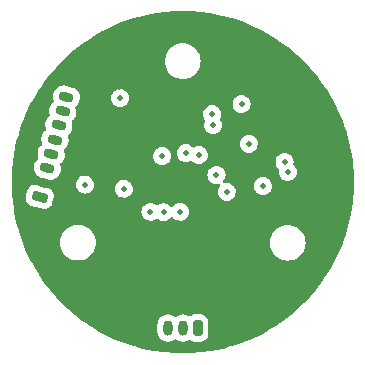
<source format=gbr>
%TF.GenerationSoftware,KiCad,Pcbnew,(6.0.0)*%
%TF.CreationDate,2022-02-06T18:29:28+08:00*%
%TF.ProjectId,STM32_FOC,53544d33-325f-4464-9f43-2e6b69636164,rev?*%
%TF.SameCoordinates,Original*%
%TF.FileFunction,Copper,L2,Inr*%
%TF.FilePolarity,Positive*%
%FSLAX46Y46*%
G04 Gerber Fmt 4.6, Leading zero omitted, Abs format (unit mm)*
G04 Created by KiCad (PCBNEW (6.0.0)) date 2022-02-06 18:29:28*
%MOMM*%
%LPD*%
G01*
G04 APERTURE LIST*
G04 Aperture macros list*
%AMRoundRect*
0 Rectangle with rounded corners*
0 $1 Rounding radius*
0 $2 $3 $4 $5 $6 $7 $8 $9 X,Y pos of 4 corners*
0 Add a 4 corners polygon primitive as box body*
4,1,4,$2,$3,$4,$5,$6,$7,$8,$9,$2,$3,0*
0 Add four circle primitives for the rounded corners*
1,1,$1+$1,$2,$3*
1,1,$1+$1,$4,$5*
1,1,$1+$1,$6,$7*
1,1,$1+$1,$8,$9*
0 Add four rect primitives between the rounded corners*
20,1,$1+$1,$2,$3,$4,$5,0*
20,1,$1+$1,$4,$5,$6,$7,0*
20,1,$1+$1,$6,$7,$8,$9,0*
20,1,$1+$1,$8,$9,$2,$3,0*%
%AMHorizOval*
0 Thick line with rounded ends*
0 $1 width*
0 $2 $3 position (X,Y) of the first rounded end (center of the circle)*
0 $4 $5 position (X,Y) of the second rounded end (center of the circle)*
0 Add line between two ends*
20,1,$1,$2,$3,$4,$5,0*
0 Add two circle primitives to create the rounded ends*
1,1,$1,$2,$3*
1,1,$1,$4,$5*%
G04 Aperture macros list end*
%TA.AperFunction,ComponentPad*%
%ADD10C,0.500000*%
%TD*%
%TA.AperFunction,ComponentPad*%
%ADD11RoundRect,0.200000X0.382903X-0.309654X0.486430X0.076717X-0.382903X0.309654X-0.486430X-0.076717X0*%
%TD*%
%TA.AperFunction,ComponentPad*%
%ADD12HorizOval,0.800000X-0.241481X0.064705X0.241481X-0.064705X0*%
%TD*%
%TA.AperFunction,ComponentPad*%
%ADD13RoundRect,0.200000X0.200000X0.450000X-0.200000X0.450000X-0.200000X-0.450000X0.200000X-0.450000X0*%
%TD*%
%TA.AperFunction,ComponentPad*%
%ADD14O,0.800000X1.300000*%
%TD*%
%TA.AperFunction,ViaPad*%
%ADD15C,0.500000*%
%TD*%
G04 APERTURE END LIST*
D10*
%TO.N,GND*%
%TO.C,U4*%
X100000000Y-107117500D03*
X98700000Y-107117500D03*
X101300000Y-107117500D03*
X98700000Y-106117500D03*
X98700000Y-108117500D03*
X100000000Y-108117500D03*
X100000000Y-106117500D03*
X101300000Y-108117500D03*
X101300000Y-106117500D03*
%TD*%
D11*
%TO.N,+12V*%
%TO.C,J3*%
X87882381Y-101237036D03*
D12*
%TO.N,GND*%
X88205905Y-100029629D03*
%TO.N,SWDIO*%
X88529429Y-98822221D03*
%TO.N,SWCLK*%
X88852952Y-97614814D03*
%TO.N,USART2_TX*%
X89176476Y-96407407D03*
%TO.N,USART2_RX*%
X89500000Y-95200000D03*
%TO.N,Button*%
X89823524Y-93992592D03*
%TO.N,+3V3*%
X90147048Y-92785185D03*
%TD*%
D13*
%TO.N,W*%
%TO.C,J1*%
X101250000Y-112350000D03*
D14*
%TO.N,V*%
X100000000Y-112350000D03*
%TO.N,U*%
X98750000Y-112350000D03*
%TD*%
D15*
%TO.N,GND*%
X95500000Y-113500000D03*
X91700000Y-102400000D03*
X109400000Y-100890000D03*
X92600000Y-93300000D03*
X105800000Y-95760000D03*
X91700000Y-99100000D03*
X98600000Y-87050000D03*
X105500000Y-101600000D03*
X95150000Y-104300000D03*
X91600000Y-96600000D03*
X109200000Y-100110000D03*
X102037500Y-98537500D03*
X97800000Y-90200000D03*
X101740000Y-103120000D03*
X104200000Y-90700000D03*
X94600000Y-91900000D03*
%TO.N,+3V3*%
X103720000Y-100830000D03*
X94680000Y-92880000D03*
X108610000Y-98280000D03*
X91700000Y-100200000D03*
X108900000Y-99160000D03*
X104970000Y-93390000D03*
%TO.N,USART2_RX*%
X97250000Y-102500000D03*
%TO.N,SWCLK*%
X102475000Y-94250000D03*
%TO.N,SWDIO*%
X102575000Y-95175000D03*
%TO.N,PWMC*%
X106780000Y-100330000D03*
X105580000Y-96750000D03*
%TO.N,EN1*%
X95000000Y-100550000D03*
X98370000Y-102550000D03*
%TO.N,CS*%
X98250000Y-97800000D03*
%TO.N,SCK*%
X102850000Y-99375000D03*
%TO.N,MISO*%
X100250000Y-97550000D03*
%TO.N,MOSI*%
X101350000Y-97700000D03*
%TO.N,Button*%
X99750000Y-102500000D03*
%TD*%
%TA.AperFunction,Conductor*%
%TO.N,GND*%
G36*
X100755167Y-85527775D02*
G01*
X100761720Y-85528118D01*
X101420004Y-85579926D01*
X101511547Y-85587131D01*
X101518109Y-85587821D01*
X102263785Y-85685991D01*
X102270283Y-85687021D01*
X103009822Y-85824086D01*
X103016239Y-85825449D01*
X103747626Y-86001039D01*
X103753964Y-86002738D01*
X104475101Y-86216349D01*
X104481375Y-86218387D01*
X105190361Y-86469452D01*
X105196519Y-86471816D01*
X105891380Y-86759637D01*
X105897406Y-86762320D01*
X106576252Y-87086113D01*
X106582130Y-87089108D01*
X106829815Y-87223590D01*
X107243116Y-87447994D01*
X107248787Y-87451268D01*
X107669740Y-87709228D01*
X107890102Y-87844266D01*
X107895634Y-87847859D01*
X108515470Y-88273861D01*
X108520795Y-88277730D01*
X109117506Y-88735603D01*
X109122629Y-88739752D01*
X109212631Y-88816621D01*
X109694524Y-89228196D01*
X109699427Y-89232610D01*
X110093059Y-89606153D01*
X110238308Y-89743989D01*
X110244998Y-89750338D01*
X110249662Y-89755002D01*
X110767390Y-90300573D01*
X110771804Y-90305476D01*
X111260246Y-90877368D01*
X111264397Y-90882494D01*
X111722270Y-91479205D01*
X111726139Y-91484530D01*
X111964584Y-91831469D01*
X112152141Y-92104366D01*
X112155734Y-92109898D01*
X112171750Y-92136034D01*
X112548732Y-92751213D01*
X112552006Y-92756884D01*
X112719625Y-93065600D01*
X112910892Y-93417870D01*
X112913887Y-93423748D01*
X113237680Y-94102594D01*
X113240363Y-94108620D01*
X113528184Y-94803481D01*
X113530548Y-94809639D01*
X113665106Y-95189620D01*
X113770940Y-95488484D01*
X113781613Y-95518625D01*
X113783650Y-95524895D01*
X113994195Y-96235681D01*
X113997257Y-96246019D01*
X113998961Y-96252374D01*
X114171162Y-96969643D01*
X114174547Y-96983743D01*
X114175914Y-96990178D01*
X114311422Y-97721313D01*
X114312978Y-97729708D01*
X114314009Y-97736215D01*
X114373062Y-98184768D01*
X114412179Y-98481893D01*
X114412869Y-98488453D01*
X114470458Y-99220177D01*
X114471881Y-99238263D01*
X114472225Y-99244833D01*
X114491914Y-99996702D01*
X114491914Y-100003284D01*
X114472455Y-100746414D01*
X114472226Y-100755149D01*
X114471882Y-100761720D01*
X114420620Y-101413064D01*
X114412869Y-101511547D01*
X114412179Y-101518107D01*
X114402386Y-101592494D01*
X114315649Y-102251330D01*
X114314010Y-102263776D01*
X114312979Y-102270283D01*
X114178570Y-102995498D01*
X114175918Y-103009805D01*
X114174551Y-103016239D01*
X113998965Y-103747609D01*
X113997262Y-103753964D01*
X113906169Y-104061488D01*
X113783651Y-104475101D01*
X113781614Y-104481371D01*
X113714964Y-104669586D01*
X113530548Y-105190361D01*
X113528184Y-105196519D01*
X113240363Y-105891380D01*
X113237680Y-105897406D01*
X112913887Y-106576252D01*
X112910892Y-106582130D01*
X112805577Y-106776097D01*
X112552006Y-107243116D01*
X112548732Y-107248787D01*
X112214367Y-107794421D01*
X112155734Y-107890102D01*
X112152141Y-107895634D01*
X111726148Y-108515458D01*
X111722270Y-108520795D01*
X111264397Y-109117506D01*
X111260246Y-109122632D01*
X110771804Y-109694524D01*
X110767390Y-109699427D01*
X110249662Y-110244998D01*
X110244998Y-110249662D01*
X109699427Y-110767390D01*
X109694524Y-110771804D01*
X109122632Y-111260246D01*
X109117506Y-111264397D01*
X108520795Y-111722270D01*
X108515470Y-111726139D01*
X108051227Y-112045205D01*
X107895634Y-112152141D01*
X107890102Y-112155734D01*
X107248787Y-112548732D01*
X107243116Y-112552006D01*
X107061013Y-112650880D01*
X106582130Y-112910892D01*
X106576252Y-112913887D01*
X105897406Y-113237680D01*
X105891380Y-113240363D01*
X105196519Y-113528184D01*
X105190361Y-113530548D01*
X104481375Y-113781613D01*
X104475105Y-113783650D01*
X103753964Y-113997262D01*
X103747626Y-113998961D01*
X103016239Y-114174551D01*
X103009822Y-114175914D01*
X102270283Y-114312979D01*
X102263785Y-114314009D01*
X101645085Y-114395462D01*
X101518107Y-114412179D01*
X101511547Y-114412869D01*
X101420004Y-114420074D01*
X100761720Y-114471882D01*
X100755167Y-114472225D01*
X100003284Y-114491914D01*
X99996716Y-114491914D01*
X99244833Y-114472225D01*
X99238280Y-114471882D01*
X98579996Y-114420074D01*
X98488453Y-114412869D01*
X98481893Y-114412179D01*
X98354915Y-114395462D01*
X97736215Y-114314009D01*
X97729717Y-114312979D01*
X96990178Y-114175914D01*
X96983761Y-114174551D01*
X96252374Y-113998961D01*
X96246036Y-113997262D01*
X95524895Y-113783650D01*
X95518625Y-113781613D01*
X94809639Y-113530548D01*
X94803481Y-113528184D01*
X94108620Y-113240363D01*
X94102594Y-113237680D01*
X93423748Y-112913887D01*
X93417870Y-112910892D01*
X92938987Y-112650880D01*
X92932964Y-112647610D01*
X97841500Y-112647610D01*
X97856458Y-112789928D01*
X97915473Y-112971556D01*
X98010960Y-113136944D01*
X98015378Y-113141851D01*
X98015379Y-113141852D01*
X98125000Y-113263598D01*
X98138747Y-113278866D01*
X98187635Y-113314385D01*
X98258093Y-113365576D01*
X98293248Y-113391118D01*
X98299276Y-113393802D01*
X98299278Y-113393803D01*
X98431663Y-113452744D01*
X98467712Y-113468794D01*
X98561113Y-113488647D01*
X98648056Y-113507128D01*
X98648061Y-113507128D01*
X98654513Y-113508500D01*
X98845487Y-113508500D01*
X98851939Y-113507128D01*
X98851944Y-113507128D01*
X98938887Y-113488647D01*
X99032288Y-113468794D01*
X99068337Y-113452744D01*
X99200722Y-113393803D01*
X99200724Y-113393802D01*
X99206752Y-113391118D01*
X99241908Y-113365576D01*
X99300939Y-113322687D01*
X99367807Y-113298828D01*
X99436958Y-113314909D01*
X99449061Y-113322687D01*
X99508093Y-113365576D01*
X99543248Y-113391118D01*
X99549276Y-113393802D01*
X99549278Y-113393803D01*
X99681663Y-113452744D01*
X99717712Y-113468794D01*
X99811113Y-113488647D01*
X99898056Y-113507128D01*
X99898061Y-113507128D01*
X99904513Y-113508500D01*
X100095487Y-113508500D01*
X100101939Y-113507128D01*
X100101944Y-113507128D01*
X100188887Y-113488647D01*
X100282288Y-113468794D01*
X100318337Y-113452744D01*
X100450722Y-113393803D01*
X100450724Y-113393802D01*
X100456752Y-113391118D01*
X100480650Y-113373755D01*
X100547518Y-113349897D01*
X100619982Y-113367915D01*
X100756301Y-113450472D01*
X100763548Y-113452743D01*
X100763550Y-113452744D01*
X100806198Y-113466109D01*
X100919938Y-113501753D01*
X100993365Y-113508500D01*
X100996263Y-113508500D01*
X101250665Y-113508499D01*
X101506634Y-113508499D01*
X101509492Y-113508236D01*
X101509501Y-113508236D01*
X101545004Y-113504974D01*
X101580062Y-113501753D01*
X101693802Y-113466109D01*
X101736450Y-113452744D01*
X101736452Y-113452743D01*
X101743699Y-113450472D01*
X101890381Y-113361639D01*
X102011639Y-113240381D01*
X102100472Y-113093699D01*
X102151753Y-112930062D01*
X102158500Y-112856635D01*
X102158499Y-111843366D01*
X102151753Y-111769938D01*
X102140719Y-111734729D01*
X102102744Y-111613550D01*
X102102743Y-111613548D01*
X102100472Y-111606301D01*
X102011639Y-111459619D01*
X101890381Y-111338361D01*
X101743699Y-111249528D01*
X101736452Y-111247257D01*
X101736450Y-111247256D01*
X101670164Y-111226483D01*
X101580062Y-111198247D01*
X101506635Y-111191500D01*
X101503737Y-111191500D01*
X101249335Y-111191501D01*
X100993366Y-111191501D01*
X100990508Y-111191764D01*
X100990499Y-111191764D01*
X100954996Y-111195026D01*
X100919938Y-111198247D01*
X100913560Y-111200246D01*
X100913559Y-111200246D01*
X100763550Y-111247256D01*
X100763548Y-111247257D01*
X100756301Y-111249528D01*
X100662729Y-111306197D01*
X100619982Y-111332085D01*
X100551352Y-111350264D01*
X100480650Y-111326245D01*
X100462094Y-111312763D01*
X100462092Y-111312762D01*
X100456752Y-111308882D01*
X100450724Y-111306198D01*
X100450722Y-111306197D01*
X100288319Y-111233891D01*
X100288318Y-111233891D01*
X100282288Y-111231206D01*
X100188888Y-111211353D01*
X100101944Y-111192872D01*
X100101939Y-111192872D01*
X100095487Y-111191500D01*
X99904513Y-111191500D01*
X99898061Y-111192872D01*
X99898056Y-111192872D01*
X99811113Y-111211353D01*
X99717712Y-111231206D01*
X99711682Y-111233891D01*
X99711681Y-111233891D01*
X99549278Y-111306197D01*
X99549276Y-111306198D01*
X99543248Y-111308882D01*
X99537907Y-111312762D01*
X99537906Y-111312763D01*
X99449061Y-111377313D01*
X99382193Y-111401172D01*
X99313042Y-111385091D01*
X99300939Y-111377313D01*
X99212094Y-111312763D01*
X99212093Y-111312762D01*
X99206752Y-111308882D01*
X99200724Y-111306198D01*
X99200722Y-111306197D01*
X99038319Y-111233891D01*
X99038318Y-111233891D01*
X99032288Y-111231206D01*
X98938888Y-111211353D01*
X98851944Y-111192872D01*
X98851939Y-111192872D01*
X98845487Y-111191500D01*
X98654513Y-111191500D01*
X98648061Y-111192872D01*
X98648056Y-111192872D01*
X98561113Y-111211353D01*
X98467712Y-111231206D01*
X98461682Y-111233891D01*
X98461681Y-111233891D01*
X98299278Y-111306197D01*
X98299276Y-111306198D01*
X98293248Y-111308882D01*
X98287907Y-111312762D01*
X98287906Y-111312763D01*
X98252674Y-111338361D01*
X98138747Y-111421134D01*
X98134326Y-111426044D01*
X98134325Y-111426045D01*
X98108936Y-111454243D01*
X98010960Y-111563056D01*
X97981807Y-111613550D01*
X97919038Y-111722270D01*
X97915473Y-111728444D01*
X97856458Y-111910072D01*
X97841500Y-112052390D01*
X97841500Y-112647610D01*
X92932964Y-112647610D01*
X92756884Y-112552006D01*
X92751213Y-112548732D01*
X92109898Y-112155734D01*
X92104366Y-112152141D01*
X91948773Y-112045205D01*
X91484530Y-111726139D01*
X91479205Y-111722270D01*
X90882494Y-111264397D01*
X90877368Y-111260246D01*
X90305476Y-110771804D01*
X90300573Y-110767390D01*
X89755002Y-110249662D01*
X89750338Y-110244998D01*
X89232610Y-109699427D01*
X89228196Y-109694524D01*
X88739754Y-109122632D01*
X88735603Y-109117506D01*
X88277730Y-108520795D01*
X88273852Y-108515458D01*
X87847859Y-107895634D01*
X87844266Y-107890102D01*
X87785633Y-107794421D01*
X87451268Y-107248787D01*
X87447994Y-107243116D01*
X87194423Y-106776097D01*
X87089108Y-106582130D01*
X87086113Y-106576252D01*
X86762320Y-105897406D01*
X86759637Y-105891380D01*
X86471816Y-105196519D01*
X86469452Y-105190361D01*
X86444076Y-105118700D01*
X89606942Y-105118700D01*
X89625565Y-105355333D01*
X89626719Y-105360140D01*
X89626720Y-105360146D01*
X89636881Y-105402469D01*
X89680977Y-105586139D01*
X89682870Y-105590710D01*
X89682871Y-105590712D01*
X89689588Y-105606927D01*
X89771812Y-105805435D01*
X89895835Y-106007821D01*
X90049991Y-106188314D01*
X90053747Y-106191522D01*
X90226722Y-106339257D01*
X90230484Y-106342470D01*
X90432870Y-106466493D01*
X90437440Y-106468386D01*
X90437442Y-106468387D01*
X90647593Y-106555434D01*
X90652166Y-106557328D01*
X90692990Y-106567129D01*
X90878159Y-106611585D01*
X90878165Y-106611586D01*
X90882972Y-106612740D01*
X91119605Y-106631363D01*
X91356238Y-106612740D01*
X91361045Y-106611586D01*
X91361051Y-106611585D01*
X91546220Y-106567129D01*
X91587044Y-106557328D01*
X91591617Y-106555434D01*
X91801768Y-106468387D01*
X91801770Y-106468386D01*
X91806340Y-106466493D01*
X92008726Y-106342470D01*
X92012488Y-106339257D01*
X92185463Y-106191522D01*
X92189219Y-106188314D01*
X92343375Y-106007821D01*
X92467398Y-105805435D01*
X92549623Y-105606927D01*
X92556339Y-105590712D01*
X92556340Y-105590710D01*
X92558233Y-105586139D01*
X92602329Y-105402469D01*
X92612490Y-105360146D01*
X92612491Y-105360140D01*
X92613645Y-105355333D01*
X92631588Y-105127346D01*
X107362743Y-105127346D01*
X107381366Y-105363979D01*
X107382520Y-105368786D01*
X107382521Y-105368792D01*
X107415436Y-105505891D01*
X107436778Y-105594785D01*
X107438671Y-105599356D01*
X107438672Y-105599358D01*
X107445389Y-105615573D01*
X107527613Y-105814081D01*
X107651636Y-106016467D01*
X107805792Y-106196960D01*
X107986285Y-106351116D01*
X108188671Y-106475139D01*
X108193241Y-106477032D01*
X108193243Y-106477033D01*
X108389882Y-106558483D01*
X108407967Y-106565974D01*
X108450778Y-106576252D01*
X108633960Y-106620231D01*
X108633966Y-106620232D01*
X108638773Y-106621386D01*
X108875406Y-106640009D01*
X109112039Y-106621386D01*
X109116846Y-106620232D01*
X109116852Y-106620231D01*
X109300034Y-106576252D01*
X109342845Y-106565974D01*
X109360930Y-106558483D01*
X109557569Y-106477033D01*
X109557571Y-106477032D01*
X109562141Y-106475139D01*
X109764527Y-106351116D01*
X109945020Y-106196960D01*
X110099176Y-106016467D01*
X110223199Y-105814081D01*
X110305424Y-105615573D01*
X110312140Y-105599358D01*
X110312141Y-105599356D01*
X110314034Y-105594785D01*
X110335376Y-105505891D01*
X110368291Y-105368792D01*
X110368292Y-105368786D01*
X110369446Y-105363979D01*
X110388069Y-105127346D01*
X110369446Y-104890713D01*
X110368292Y-104885906D01*
X110368291Y-104885900D01*
X110333504Y-104741006D01*
X110314034Y-104659907D01*
X110240084Y-104481375D01*
X110225093Y-104445183D01*
X110225092Y-104445181D01*
X110223199Y-104440611D01*
X110099176Y-104238225D01*
X109945020Y-104057732D01*
X109864423Y-103988895D01*
X109768289Y-103906789D01*
X109764527Y-103903576D01*
X109562141Y-103779553D01*
X109557571Y-103777660D01*
X109557569Y-103777659D01*
X109347418Y-103690612D01*
X109347416Y-103690611D01*
X109342845Y-103688718D01*
X109261746Y-103669248D01*
X109116852Y-103634461D01*
X109116846Y-103634460D01*
X109112039Y-103633306D01*
X108875406Y-103614683D01*
X108638773Y-103633306D01*
X108633966Y-103634460D01*
X108633960Y-103634461D01*
X108489066Y-103669248D01*
X108407967Y-103688718D01*
X108403396Y-103690611D01*
X108403394Y-103690612D01*
X108193243Y-103777659D01*
X108193241Y-103777660D01*
X108188671Y-103779553D01*
X107986285Y-103903576D01*
X107982523Y-103906789D01*
X107886390Y-103988895D01*
X107805792Y-104057732D01*
X107651636Y-104238225D01*
X107527613Y-104440611D01*
X107525720Y-104445181D01*
X107525719Y-104445183D01*
X107510728Y-104481375D01*
X107436778Y-104659907D01*
X107417308Y-104741006D01*
X107382521Y-104885900D01*
X107382520Y-104885906D01*
X107381366Y-104890713D01*
X107363216Y-105121335D01*
X107362743Y-105127346D01*
X92631588Y-105127346D01*
X92632268Y-105118700D01*
X92613645Y-104882067D01*
X92612491Y-104877260D01*
X92612490Y-104877254D01*
X92564708Y-104678232D01*
X92558233Y-104651261D01*
X92553879Y-104640750D01*
X92469292Y-104436537D01*
X92469291Y-104436535D01*
X92467398Y-104431965D01*
X92343375Y-104229579D01*
X92189219Y-104049086D01*
X92008726Y-103894930D01*
X91806340Y-103770907D01*
X91801770Y-103769014D01*
X91801768Y-103769013D01*
X91591617Y-103681966D01*
X91591615Y-103681965D01*
X91587044Y-103680072D01*
X91505945Y-103660602D01*
X91361051Y-103625815D01*
X91361045Y-103625814D01*
X91356238Y-103624660D01*
X91119605Y-103606037D01*
X90882972Y-103624660D01*
X90878165Y-103625814D01*
X90878159Y-103625815D01*
X90733265Y-103660602D01*
X90652166Y-103680072D01*
X90647595Y-103681965D01*
X90647593Y-103681966D01*
X90437442Y-103769013D01*
X90437440Y-103769014D01*
X90432870Y-103770907D01*
X90230484Y-103894930D01*
X90049991Y-104049086D01*
X89895835Y-104229579D01*
X89771812Y-104431965D01*
X89769919Y-104436535D01*
X89769918Y-104436537D01*
X89685331Y-104640750D01*
X89680977Y-104651261D01*
X89674502Y-104678232D01*
X89626720Y-104877254D01*
X89626719Y-104877260D01*
X89625565Y-104882067D01*
X89607415Y-105112689D01*
X89606942Y-105118700D01*
X86444076Y-105118700D01*
X86285036Y-104669586D01*
X86218386Y-104481371D01*
X86216349Y-104475101D01*
X86093831Y-104061488D01*
X86002738Y-103753964D01*
X86001035Y-103747609D01*
X85825449Y-103016239D01*
X85824082Y-103009805D01*
X85821431Y-102995498D01*
X85727621Y-102489343D01*
X96486775Y-102489343D01*
X96503381Y-102658699D01*
X96557094Y-102820167D01*
X96560741Y-102826189D01*
X96560742Y-102826191D01*
X96604778Y-102898902D01*
X96645246Y-102965723D01*
X96763455Y-103088132D01*
X96769351Y-103091990D01*
X96862792Y-103153136D01*
X96905846Y-103181310D01*
X96912450Y-103183766D01*
X96912452Y-103183767D01*
X96948844Y-103197301D01*
X97065341Y-103240626D01*
X97234015Y-103263132D01*
X97241026Y-103262494D01*
X97241030Y-103262494D01*
X97396462Y-103248348D01*
X97403483Y-103247709D01*
X97410185Y-103245531D01*
X97410187Y-103245531D01*
X97558623Y-103197301D01*
X97558626Y-103197300D01*
X97565322Y-103195124D01*
X97711490Y-103107990D01*
X97712339Y-103109415D01*
X97770625Y-103087233D01*
X97840097Y-103101863D01*
X97871086Y-103125324D01*
X97878557Y-103133061D01*
X97878562Y-103133065D01*
X97883455Y-103138132D01*
X98025846Y-103231310D01*
X98032450Y-103233766D01*
X98032452Y-103233767D01*
X98105594Y-103260968D01*
X98185341Y-103290626D01*
X98354015Y-103313132D01*
X98361026Y-103312494D01*
X98361030Y-103312494D01*
X98516462Y-103298348D01*
X98523483Y-103297709D01*
X98530185Y-103295531D01*
X98530187Y-103295531D01*
X98678623Y-103247301D01*
X98678626Y-103247300D01*
X98685322Y-103245124D01*
X98831490Y-103157990D01*
X98836584Y-103153139D01*
X98836588Y-103153136D01*
X98910174Y-103083060D01*
X98954721Y-103040639D01*
X98975141Y-103009904D01*
X99029496Y-102964237D01*
X99099915Y-102955204D01*
X99164040Y-102985677D01*
X99170723Y-102992107D01*
X99258556Y-103083060D01*
X99258561Y-103083064D01*
X99263455Y-103088132D01*
X99269351Y-103091990D01*
X99362792Y-103153136D01*
X99405846Y-103181310D01*
X99412450Y-103183766D01*
X99412452Y-103183767D01*
X99448844Y-103197301D01*
X99565341Y-103240626D01*
X99734015Y-103263132D01*
X99741026Y-103262494D01*
X99741030Y-103262494D01*
X99896462Y-103248348D01*
X99903483Y-103247709D01*
X99910185Y-103245531D01*
X99910187Y-103245531D01*
X100058623Y-103197301D01*
X100058626Y-103197300D01*
X100065322Y-103195124D01*
X100211490Y-103107990D01*
X100216584Y-103103139D01*
X100216588Y-103103136D01*
X100307819Y-103016257D01*
X100334721Y-102990639D01*
X100352263Y-102964237D01*
X100424990Y-102854773D01*
X100428891Y-102848902D01*
X100489319Y-102689825D01*
X100513001Y-102521313D01*
X100513299Y-102500000D01*
X100494331Y-102330892D01*
X100438368Y-102170189D01*
X100432383Y-102160610D01*
X100368228Y-102057943D01*
X100348192Y-102025879D01*
X100326461Y-102003995D01*
X100233248Y-101910129D01*
X100228286Y-101905132D01*
X100212039Y-101894821D01*
X100161955Y-101863037D01*
X100084608Y-101813951D01*
X99924300Y-101756868D01*
X99755329Y-101736720D01*
X99748326Y-101737456D01*
X99748325Y-101737456D01*
X99593101Y-101753770D01*
X99593097Y-101753771D01*
X99586093Y-101754507D01*
X99579422Y-101756778D01*
X99431673Y-101807075D01*
X99431670Y-101807076D01*
X99425003Y-101809346D01*
X99419005Y-101813036D01*
X99419003Y-101813037D01*
X99286065Y-101894821D01*
X99286063Y-101894823D01*
X99280066Y-101898512D01*
X99275033Y-101903441D01*
X99177722Y-101998736D01*
X99158486Y-102017573D01*
X99148452Y-102033143D01*
X99145697Y-102037417D01*
X99091981Y-102083840D01*
X99021694Y-102093853D01*
X98957151Y-102064277D01*
X98950381Y-102057943D01*
X98885214Y-101992319D01*
X98848286Y-101955132D01*
X98828623Y-101942653D01*
X98763550Y-101901357D01*
X98704608Y-101863951D01*
X98544300Y-101806868D01*
X98375329Y-101786720D01*
X98368326Y-101787456D01*
X98368325Y-101787456D01*
X98213101Y-101803770D01*
X98213097Y-101803771D01*
X98206093Y-101804507D01*
X98192210Y-101809233D01*
X98051673Y-101857075D01*
X98051670Y-101857076D01*
X98045003Y-101859346D01*
X98039005Y-101863036D01*
X98039003Y-101863037D01*
X97905231Y-101945334D01*
X97836730Y-101963992D01*
X97769016Y-101942653D01*
X97749803Y-101926799D01*
X97733258Y-101910138D01*
X97733254Y-101910134D01*
X97728286Y-101905132D01*
X97712039Y-101894821D01*
X97661955Y-101863037D01*
X97584608Y-101813951D01*
X97424300Y-101756868D01*
X97255329Y-101736720D01*
X97248326Y-101737456D01*
X97248325Y-101737456D01*
X97093101Y-101753770D01*
X97093097Y-101753771D01*
X97086093Y-101754507D01*
X97079422Y-101756778D01*
X96931673Y-101807075D01*
X96931670Y-101807076D01*
X96925003Y-101809346D01*
X96919005Y-101813036D01*
X96919003Y-101813037D01*
X96786065Y-101894821D01*
X96786063Y-101894823D01*
X96780066Y-101898512D01*
X96775033Y-101903441D01*
X96677722Y-101998736D01*
X96658486Y-102017573D01*
X96654675Y-102023487D01*
X96654673Y-102023489D01*
X96570121Y-102154687D01*
X96566304Y-102160610D01*
X96508103Y-102320516D01*
X96486775Y-102489343D01*
X85727621Y-102489343D01*
X85687021Y-102270283D01*
X85685990Y-102263776D01*
X85684352Y-102251330D01*
X85597614Y-101592494D01*
X85587821Y-101518107D01*
X85587131Y-101511547D01*
X85579380Y-101413064D01*
X85567157Y-101257756D01*
X86684447Y-101257756D01*
X86684727Y-101264438D01*
X86684727Y-101264439D01*
X86687083Y-101320639D01*
X86691628Y-101429090D01*
X86693747Y-101436383D01*
X86693747Y-101436384D01*
X86737351Y-101586473D01*
X86737353Y-101586477D01*
X86739470Y-101593765D01*
X86825212Y-101742275D01*
X86943905Y-101866045D01*
X86950317Y-101870114D01*
X86950318Y-101870115D01*
X87013370Y-101910129D01*
X87088693Y-101957931D01*
X87094963Y-101960244D01*
X87155177Y-101982459D01*
X87155182Y-101982461D01*
X87157872Y-101983453D01*
X87160638Y-101984194D01*
X87160647Y-101984197D01*
X87989497Y-102206285D01*
X88136615Y-102245705D01*
X88139452Y-102246193D01*
X88139454Y-102246193D01*
X88169346Y-102251330D01*
X88209287Y-102258194D01*
X88215968Y-102257914D01*
X88215969Y-102257914D01*
X88260826Y-102256034D01*
X88380621Y-102251012D01*
X88387913Y-102248893D01*
X88387916Y-102248893D01*
X88538004Y-102205289D01*
X88538008Y-102205287D01*
X88545296Y-102203170D01*
X88693806Y-102117428D01*
X88817577Y-101998736D01*
X88883524Y-101894821D01*
X88905879Y-101859595D01*
X88905880Y-101859593D01*
X88909463Y-101853947D01*
X88934984Y-101784768D01*
X88942683Y-101756034D01*
X89067081Y-101291773D01*
X89067082Y-101291768D01*
X89067827Y-101288988D01*
X89074327Y-101251166D01*
X89079183Y-101222906D01*
X89079183Y-101222902D01*
X89080315Y-101216316D01*
X89073134Y-101044982D01*
X89064065Y-101013767D01*
X89027411Y-100887599D01*
X89027409Y-100887595D01*
X89025292Y-100880307D01*
X88939550Y-100731797D01*
X88820857Y-100608027D01*
X88769167Y-100575223D01*
X88681712Y-100519722D01*
X88681711Y-100519721D01*
X88676069Y-100516141D01*
X88616632Y-100494213D01*
X88609585Y-100491613D01*
X88609580Y-100491611D01*
X88606890Y-100490619D01*
X88604124Y-100489878D01*
X88604115Y-100489875D01*
X87630931Y-100229113D01*
X87630932Y-100229113D01*
X87628147Y-100228367D01*
X87625310Y-100227879D01*
X87625308Y-100227879D01*
X87562062Y-100217010D01*
X87555475Y-100215878D01*
X87548794Y-100216158D01*
X87548793Y-100216158D01*
X87503936Y-100218038D01*
X87384141Y-100223060D01*
X87376849Y-100225179D01*
X87376846Y-100225179D01*
X87226758Y-100268783D01*
X87226754Y-100268785D01*
X87219466Y-100270902D01*
X87070956Y-100356644D01*
X86947185Y-100475336D01*
X86906565Y-100539343D01*
X86859498Y-100613509D01*
X86855299Y-100620125D01*
X86852984Y-100626401D01*
X86831450Y-100684773D01*
X86829778Y-100689304D01*
X86829035Y-100692076D01*
X86829034Y-100692080D01*
X86700357Y-101172314D01*
X86696935Y-101185084D01*
X86696448Y-101187917D01*
X86696446Y-101187927D01*
X86685579Y-101251166D01*
X86684447Y-101257756D01*
X85567157Y-101257756D01*
X85528118Y-100761720D01*
X85527774Y-100755149D01*
X85527546Y-100746414D01*
X85512958Y-100189343D01*
X90936775Y-100189343D01*
X90953381Y-100358699D01*
X90955605Y-100365384D01*
X90955605Y-100365385D01*
X90961413Y-100382845D01*
X91007094Y-100520167D01*
X91010741Y-100526189D01*
X91010742Y-100526191D01*
X91090270Y-100657506D01*
X91095246Y-100665723D01*
X91213455Y-100788132D01*
X91263131Y-100820639D01*
X91338818Y-100870167D01*
X91355846Y-100881310D01*
X91362450Y-100883766D01*
X91362452Y-100883767D01*
X91398844Y-100897301D01*
X91515341Y-100940626D01*
X91684015Y-100963132D01*
X91691026Y-100962494D01*
X91691030Y-100962494D01*
X91846462Y-100948348D01*
X91853483Y-100947709D01*
X91860185Y-100945531D01*
X91860187Y-100945531D01*
X92008623Y-100897301D01*
X92008626Y-100897300D01*
X92015322Y-100895124D01*
X92161490Y-100807990D01*
X92166584Y-100803139D01*
X92166588Y-100803136D01*
X92242589Y-100730761D01*
X92284721Y-100690639D01*
X92378891Y-100548902D01*
X92382522Y-100539343D01*
X94236775Y-100539343D01*
X94253381Y-100708699D01*
X94307094Y-100870167D01*
X94310741Y-100876189D01*
X94310742Y-100876191D01*
X94378880Y-100988699D01*
X94395246Y-101015723D01*
X94513455Y-101138132D01*
X94536384Y-101153136D01*
X94632933Y-101216316D01*
X94655846Y-101231310D01*
X94662450Y-101233766D01*
X94662452Y-101233767D01*
X94698844Y-101247301D01*
X94815341Y-101290626D01*
X94984015Y-101313132D01*
X94991026Y-101312494D01*
X94991030Y-101312494D01*
X95146462Y-101298348D01*
X95153483Y-101297709D01*
X95160185Y-101295531D01*
X95160187Y-101295531D01*
X95308623Y-101247301D01*
X95308626Y-101247300D01*
X95315322Y-101245124D01*
X95461490Y-101157990D01*
X95466584Y-101153139D01*
X95466588Y-101153136D01*
X95533833Y-101089099D01*
X95584721Y-101040639D01*
X95603188Y-101012845D01*
X95636217Y-100963132D01*
X95678891Y-100898902D01*
X95739319Y-100739825D01*
X95763001Y-100571313D01*
X95763118Y-100562964D01*
X95763244Y-100553961D01*
X95763244Y-100553955D01*
X95763299Y-100550000D01*
X95744331Y-100380892D01*
X95734031Y-100351313D01*
X95692257Y-100231357D01*
X95688368Y-100220189D01*
X95682383Y-100210610D01*
X95643090Y-100147730D01*
X95598192Y-100075879D01*
X95478286Y-99955132D01*
X95462039Y-99944821D01*
X95354927Y-99876846D01*
X95334608Y-99863951D01*
X95174300Y-99806868D01*
X95005329Y-99786720D01*
X94998326Y-99787456D01*
X94998325Y-99787456D01*
X94843101Y-99803770D01*
X94843097Y-99803771D01*
X94836093Y-99804507D01*
X94829422Y-99806778D01*
X94681673Y-99857075D01*
X94681670Y-99857076D01*
X94675003Y-99859346D01*
X94669005Y-99863036D01*
X94669003Y-99863037D01*
X94536065Y-99944821D01*
X94536063Y-99944823D01*
X94530066Y-99948512D01*
X94408486Y-100067573D01*
X94404675Y-100073487D01*
X94404673Y-100073489D01*
X94325491Y-100196355D01*
X94316304Y-100210610D01*
X94308753Y-100231357D01*
X94261239Y-100361901D01*
X94258103Y-100370516D01*
X94236775Y-100539343D01*
X92382522Y-100539343D01*
X92439319Y-100389825D01*
X92463001Y-100221313D01*
X92463151Y-100210610D01*
X92463244Y-100203961D01*
X92463244Y-100203955D01*
X92463299Y-100200000D01*
X92444331Y-100030892D01*
X92388368Y-99870189D01*
X92382383Y-99860610D01*
X92336210Y-99786720D01*
X92298192Y-99725879D01*
X92261058Y-99688484D01*
X92212262Y-99639346D01*
X92178286Y-99605132D01*
X92162039Y-99594821D01*
X92070971Y-99537028D01*
X92034608Y-99513951D01*
X91874300Y-99456868D01*
X91705329Y-99436720D01*
X91698326Y-99437456D01*
X91698325Y-99437456D01*
X91543101Y-99453770D01*
X91543097Y-99453771D01*
X91536093Y-99454507D01*
X91529422Y-99456778D01*
X91381673Y-99507075D01*
X91381670Y-99507076D01*
X91375003Y-99509346D01*
X91369005Y-99513036D01*
X91369003Y-99513037D01*
X91236065Y-99594821D01*
X91236063Y-99594823D01*
X91230066Y-99598512D01*
X91202279Y-99625723D01*
X91125215Y-99701191D01*
X91108486Y-99717573D01*
X91104675Y-99723487D01*
X91104673Y-99723489D01*
X91022163Y-99851518D01*
X91016304Y-99860610D01*
X91001400Y-99901558D01*
X90967677Y-99994213D01*
X90958103Y-100020516D01*
X90936775Y-100189343D01*
X85512958Y-100189343D01*
X85508086Y-100003284D01*
X85508086Y-99996702D01*
X85527775Y-99244833D01*
X85528119Y-99238263D01*
X85529543Y-99220177D01*
X85562193Y-98805324D01*
X87375696Y-98805324D01*
X87405570Y-98993947D01*
X87407936Y-99000111D01*
X87407937Y-99000114D01*
X87470833Y-99163961D01*
X87474009Y-99172236D01*
X87578021Y-99332401D01*
X87713060Y-99467441D01*
X87873225Y-99571454D01*
X87879394Y-99573822D01*
X87943714Y-99598512D01*
X88006822Y-99622737D01*
X88581759Y-99776792D01*
X88680011Y-99792354D01*
X88716582Y-99798146D01*
X88716584Y-99798146D01*
X88723099Y-99799178D01*
X88729686Y-99798833D01*
X88729691Y-99798833D01*
X88907218Y-99789529D01*
X88907221Y-99789528D01*
X88913813Y-99789183D01*
X88920185Y-99787476D01*
X88920189Y-99787475D01*
X89091905Y-99741464D01*
X89091906Y-99741464D01*
X89098279Y-99739756D01*
X89268439Y-99653055D01*
X89354000Y-99583770D01*
X89411722Y-99537028D01*
X89411723Y-99537027D01*
X89416854Y-99532872D01*
X89452080Y-99489372D01*
X89532882Y-99389590D01*
X89532885Y-99389586D01*
X89537038Y-99384457D01*
X89547287Y-99364343D01*
X102086775Y-99364343D01*
X102103381Y-99533699D01*
X102105605Y-99540384D01*
X102105605Y-99540385D01*
X102114610Y-99567456D01*
X102157094Y-99695167D01*
X102160741Y-99701189D01*
X102160742Y-99701191D01*
X102224743Y-99806868D01*
X102245246Y-99840723D01*
X102363455Y-99963132D01*
X102505846Y-100056310D01*
X102512450Y-100058766D01*
X102512452Y-100058767D01*
X102558465Y-100075879D01*
X102665341Y-100115626D01*
X102834015Y-100138132D01*
X102841026Y-100137494D01*
X102841030Y-100137494D01*
X102996462Y-100123348D01*
X103003483Y-100122709D01*
X103023291Y-100116273D01*
X103094259Y-100114247D01*
X103155056Y-100150910D01*
X103186380Y-100214623D01*
X103178286Y-100285157D01*
X103150383Y-100326130D01*
X103128486Y-100347573D01*
X103124675Y-100353487D01*
X103124673Y-100353489D01*
X103042012Y-100481753D01*
X103036304Y-100490610D01*
X102978103Y-100650516D01*
X102956775Y-100819343D01*
X102973381Y-100988699D01*
X103027094Y-101150167D01*
X103030741Y-101156189D01*
X103030742Y-101156191D01*
X103096300Y-101264439D01*
X103115246Y-101295723D01*
X103233455Y-101418132D01*
X103375846Y-101511310D01*
X103382450Y-101513766D01*
X103382452Y-101513767D01*
X103418844Y-101527301D01*
X103535341Y-101570626D01*
X103704015Y-101593132D01*
X103711026Y-101592494D01*
X103711030Y-101592494D01*
X103866462Y-101578348D01*
X103873483Y-101577709D01*
X103880185Y-101575531D01*
X103880187Y-101575531D01*
X104028623Y-101527301D01*
X104028626Y-101527300D01*
X104035322Y-101525124D01*
X104181490Y-101437990D01*
X104186584Y-101433139D01*
X104186588Y-101433136D01*
X104253833Y-101369099D01*
X104304721Y-101320639D01*
X104324043Y-101291558D01*
X104378473Y-101209633D01*
X104398891Y-101178902D01*
X104459319Y-101019825D01*
X104483001Y-100851313D01*
X104483299Y-100830000D01*
X104464331Y-100660892D01*
X104408368Y-100500189D01*
X104402383Y-100490610D01*
X104339404Y-100389825D01*
X104318192Y-100355879D01*
X104281911Y-100319343D01*
X106016775Y-100319343D01*
X106033381Y-100488699D01*
X106035605Y-100495384D01*
X106035605Y-100495385D01*
X106053408Y-100548902D01*
X106087094Y-100650167D01*
X106090741Y-100656189D01*
X106090742Y-100656191D01*
X106170649Y-100788132D01*
X106175246Y-100795723D01*
X106293455Y-100918132D01*
X106435846Y-101011310D01*
X106442450Y-101013766D01*
X106442452Y-101013767D01*
X106476459Y-101026414D01*
X106595341Y-101070626D01*
X106764015Y-101093132D01*
X106771026Y-101092494D01*
X106771030Y-101092494D01*
X106926462Y-101078348D01*
X106933483Y-101077709D01*
X106940185Y-101075531D01*
X106940187Y-101075531D01*
X107088623Y-101027301D01*
X107088626Y-101027300D01*
X107095322Y-101025124D01*
X107241490Y-100937990D01*
X107246584Y-100933139D01*
X107246588Y-100933136D01*
X107350731Y-100833961D01*
X107364721Y-100820639D01*
X107370731Y-100811594D01*
X107423051Y-100732845D01*
X107458891Y-100678902D01*
X107519319Y-100519825D01*
X107543001Y-100351313D01*
X107543299Y-100330000D01*
X107524331Y-100160892D01*
X107519748Y-100147730D01*
X107488767Y-100058767D01*
X107468368Y-100000189D01*
X107462383Y-99990610D01*
X107417760Y-99919200D01*
X107378192Y-99855879D01*
X107366165Y-99843767D01*
X107286095Y-99763136D01*
X107258286Y-99735132D01*
X107242039Y-99724821D01*
X107195311Y-99695167D01*
X107114608Y-99643951D01*
X106954300Y-99586868D01*
X106785329Y-99566720D01*
X106778326Y-99567456D01*
X106778325Y-99567456D01*
X106623101Y-99583770D01*
X106623097Y-99583771D01*
X106616093Y-99584507D01*
X106609422Y-99586778D01*
X106461673Y-99637075D01*
X106461670Y-99637076D01*
X106455003Y-99639346D01*
X106449005Y-99643036D01*
X106449003Y-99643037D01*
X106316065Y-99724821D01*
X106316063Y-99724823D01*
X106310066Y-99728512D01*
X106249875Y-99787456D01*
X106194882Y-99841310D01*
X106188486Y-99847573D01*
X106184675Y-99853487D01*
X106184673Y-99853489D01*
X106111526Y-99966990D01*
X106096304Y-99990610D01*
X106082875Y-100027506D01*
X106042169Y-100139346D01*
X106038103Y-100150516D01*
X106016775Y-100319343D01*
X104281911Y-100319343D01*
X104203248Y-100240129D01*
X104198286Y-100235132D01*
X104186858Y-100227879D01*
X104092331Y-100167891D01*
X104054608Y-100143951D01*
X103894300Y-100086868D01*
X103725329Y-100066720D01*
X103718326Y-100067456D01*
X103718325Y-100067456D01*
X103563101Y-100083770D01*
X103563097Y-100083771D01*
X103556093Y-100084507D01*
X103549423Y-100086778D01*
X103542545Y-100088290D01*
X103542113Y-100086325D01*
X103481054Y-100088921D01*
X103419751Y-100053110D01*
X103387541Y-99989840D01*
X103394650Y-99919200D01*
X103424492Y-99875381D01*
X103429614Y-99870503D01*
X103429617Y-99870500D01*
X103434721Y-99865639D01*
X103442794Y-99853489D01*
X103510229Y-99751990D01*
X103528891Y-99723902D01*
X103589319Y-99564825D01*
X103613001Y-99396313D01*
X103613299Y-99375000D01*
X103594331Y-99205892D01*
X103538368Y-99045189D01*
X103532756Y-99036207D01*
X103497955Y-98980516D01*
X103448192Y-98900879D01*
X103328286Y-98780132D01*
X103312039Y-98769821D01*
X103264575Y-98739700D01*
X103184608Y-98688951D01*
X103024300Y-98631868D01*
X102855329Y-98611720D01*
X102848326Y-98612456D01*
X102848325Y-98612456D01*
X102693101Y-98628770D01*
X102693097Y-98628771D01*
X102686093Y-98629507D01*
X102679422Y-98631778D01*
X102531673Y-98682075D01*
X102531670Y-98682076D01*
X102525003Y-98684346D01*
X102519005Y-98688036D01*
X102519003Y-98688037D01*
X102386065Y-98769821D01*
X102386063Y-98769823D01*
X102380066Y-98773512D01*
X102347581Y-98805324D01*
X102281679Y-98869861D01*
X102258486Y-98892573D01*
X102254675Y-98898487D01*
X102254673Y-98898489D01*
X102170121Y-99029687D01*
X102166304Y-99035610D01*
X102163894Y-99042232D01*
X102114561Y-99177774D01*
X102108103Y-99195516D01*
X102086775Y-99364343D01*
X89547287Y-99364343D01*
X89623739Y-99214298D01*
X89635010Y-99172236D01*
X89671459Y-99036207D01*
X89671460Y-99036203D01*
X89673167Y-99029831D01*
X89673513Y-99023236D01*
X89682817Y-98845710D01*
X89682817Y-98845705D01*
X89683162Y-98839118D01*
X89653288Y-98650495D01*
X89645232Y-98629507D01*
X89614077Y-98548348D01*
X89611565Y-98541804D01*
X89605826Y-98471041D01*
X89639256Y-98408407D01*
X89649897Y-98398734D01*
X89740377Y-98325465D01*
X89785824Y-98269343D01*
X89856405Y-98182183D01*
X89856408Y-98182179D01*
X89860561Y-98177050D01*
X89947262Y-98006891D01*
X89962053Y-97951690D01*
X89994982Y-97828800D01*
X89994983Y-97828796D01*
X89996690Y-97822424D01*
X89997658Y-97803961D01*
X89998424Y-97789343D01*
X97486775Y-97789343D01*
X97503381Y-97958699D01*
X97557094Y-98120167D01*
X97560741Y-98126189D01*
X97560742Y-98126191D01*
X97632771Y-98245124D01*
X97645246Y-98265723D01*
X97763455Y-98388132D01*
X97799309Y-98411594D01*
X97845099Y-98441558D01*
X97905846Y-98481310D01*
X97912450Y-98483766D01*
X97912452Y-98483767D01*
X97948844Y-98497301D01*
X98065341Y-98540626D01*
X98234015Y-98563132D01*
X98241026Y-98562494D01*
X98241030Y-98562494D01*
X98396462Y-98548348D01*
X98403483Y-98547709D01*
X98410185Y-98545531D01*
X98410187Y-98545531D01*
X98558623Y-98497301D01*
X98558626Y-98497300D01*
X98565322Y-98495124D01*
X98711490Y-98407990D01*
X98716584Y-98403139D01*
X98716588Y-98403136D01*
X98811771Y-98312494D01*
X98834721Y-98290639D01*
X98839757Y-98283060D01*
X98901161Y-98190639D01*
X98928891Y-98148902D01*
X98989319Y-97989825D01*
X99013001Y-97821313D01*
X99013299Y-97800000D01*
X98994331Y-97630892D01*
X98981149Y-97593037D01*
X98962450Y-97539343D01*
X99486775Y-97539343D01*
X99503381Y-97708699D01*
X99557094Y-97870167D01*
X99560741Y-97876189D01*
X99560742Y-97876191D01*
X99630508Y-97991387D01*
X99645246Y-98015723D01*
X99763455Y-98138132D01*
X99813939Y-98171168D01*
X99888384Y-98219883D01*
X99905846Y-98231310D01*
X99912450Y-98233766D01*
X99912452Y-98233767D01*
X99948844Y-98247301D01*
X100065341Y-98290626D01*
X100234015Y-98313132D01*
X100241026Y-98312494D01*
X100241030Y-98312494D01*
X100396462Y-98298348D01*
X100403483Y-98297709D01*
X100410185Y-98295531D01*
X100410187Y-98295531D01*
X100558623Y-98247301D01*
X100558626Y-98247300D01*
X100565322Y-98245124D01*
X100571373Y-98241517D01*
X100571375Y-98241516D01*
X100642393Y-98199181D01*
X100711147Y-98181481D01*
X100778557Y-98203763D01*
X100797546Y-98219883D01*
X100858556Y-98283060D01*
X100858561Y-98283064D01*
X100863455Y-98288132D01*
X101005846Y-98381310D01*
X101012450Y-98383766D01*
X101012452Y-98383767D01*
X101048844Y-98397301D01*
X101165341Y-98440626D01*
X101334015Y-98463132D01*
X101341026Y-98462494D01*
X101341030Y-98462494D01*
X101496462Y-98448348D01*
X101503483Y-98447709D01*
X101510185Y-98445531D01*
X101510187Y-98445531D01*
X101658623Y-98397301D01*
X101658626Y-98397300D01*
X101665322Y-98395124D01*
X101811490Y-98307990D01*
X101816584Y-98303139D01*
X101816588Y-98303136D01*
X101852074Y-98269343D01*
X107846775Y-98269343D01*
X107863381Y-98438699D01*
X107865605Y-98445384D01*
X107865605Y-98445385D01*
X107873735Y-98469825D01*
X107917094Y-98600167D01*
X107920741Y-98606189D01*
X107920742Y-98606191D01*
X107972622Y-98691854D01*
X108005246Y-98745723D01*
X108095437Y-98839118D01*
X108123455Y-98868132D01*
X108121664Y-98869861D01*
X108154930Y-98919106D01*
X108157109Y-98980390D01*
X108158103Y-98980516D01*
X108136775Y-99149343D01*
X108153381Y-99318699D01*
X108155605Y-99325384D01*
X108155605Y-99325385D01*
X108161413Y-99342845D01*
X108207094Y-99480167D01*
X108210741Y-99486189D01*
X108210742Y-99486191D01*
X108282776Y-99605132D01*
X108295246Y-99625723D01*
X108413455Y-99748132D01*
X108473698Y-99787554D01*
X108503076Y-99806778D01*
X108555846Y-99841310D01*
X108562450Y-99843766D01*
X108562452Y-99843767D01*
X108598844Y-99857301D01*
X108715341Y-99900626D01*
X108884015Y-99923132D01*
X108891026Y-99922494D01*
X108891030Y-99922494D01*
X109046462Y-99908348D01*
X109053483Y-99907709D01*
X109060185Y-99905531D01*
X109060187Y-99905531D01*
X109208623Y-99857301D01*
X109208626Y-99857300D01*
X109215322Y-99855124D01*
X109361490Y-99767990D01*
X109366584Y-99763139D01*
X109366588Y-99763136D01*
X109444980Y-99688484D01*
X109484721Y-99650639D01*
X109521807Y-99594821D01*
X109566377Y-99527737D01*
X109578891Y-99508902D01*
X109639319Y-99349825D01*
X109663001Y-99181313D01*
X109663299Y-99160000D01*
X109644331Y-98990892D01*
X109588368Y-98830189D01*
X109572831Y-98805324D01*
X109560211Y-98785129D01*
X109498192Y-98685879D01*
X109463055Y-98650495D01*
X109425280Y-98612456D01*
X109385249Y-98572144D01*
X109351442Y-98509713D01*
X109349881Y-98465825D01*
X109373001Y-98301313D01*
X109373150Y-98290639D01*
X109373244Y-98283961D01*
X109373244Y-98283955D01*
X109373299Y-98280000D01*
X109354331Y-98110892D01*
X109298368Y-97950189D01*
X109292383Y-97940610D01*
X109244188Y-97863484D01*
X109208192Y-97805879D01*
X109198735Y-97796355D01*
X109135773Y-97732952D01*
X109088286Y-97685132D01*
X109072039Y-97674821D01*
X109004108Y-97631711D01*
X108944608Y-97593951D01*
X108784300Y-97536868D01*
X108615329Y-97516720D01*
X108608326Y-97517456D01*
X108608325Y-97517456D01*
X108453101Y-97533770D01*
X108453097Y-97533771D01*
X108446093Y-97534507D01*
X108432210Y-97539233D01*
X108291673Y-97587075D01*
X108291670Y-97587076D01*
X108285003Y-97589346D01*
X108279005Y-97593036D01*
X108279003Y-97593037D01*
X108146065Y-97674821D01*
X108146063Y-97674823D01*
X108140066Y-97678512D01*
X108018486Y-97797573D01*
X108014675Y-97803487D01*
X108014673Y-97803489D01*
X107930121Y-97934687D01*
X107926304Y-97940610D01*
X107868103Y-98100516D01*
X107846775Y-98269343D01*
X101852074Y-98269343D01*
X101896063Y-98227452D01*
X101934721Y-98190639D01*
X101958551Y-98154773D01*
X101987705Y-98110892D01*
X102028891Y-98048902D01*
X102089319Y-97889825D01*
X102113001Y-97721313D01*
X102113118Y-97712964D01*
X102113244Y-97703961D01*
X102113244Y-97703955D01*
X102113299Y-97700000D01*
X102094331Y-97530892D01*
X102082776Y-97497709D01*
X102063754Y-97443088D01*
X102038368Y-97370189D01*
X102034437Y-97363897D01*
X102002412Y-97312648D01*
X101948192Y-97225879D01*
X101943136Y-97220787D01*
X101840796Y-97117730D01*
X101828286Y-97105132D01*
X101818470Y-97098902D01*
X101748514Y-97054507D01*
X101684608Y-97013951D01*
X101524300Y-96956868D01*
X101355329Y-96936720D01*
X101348326Y-96937456D01*
X101348325Y-96937456D01*
X101193101Y-96953770D01*
X101193097Y-96953771D01*
X101186093Y-96954507D01*
X101179422Y-96956778D01*
X101031673Y-97007075D01*
X101031670Y-97007076D01*
X101025003Y-97009346D01*
X101019004Y-97013036D01*
X101019001Y-97013038D01*
X100980507Y-97036720D01*
X100963647Y-97047093D01*
X100959292Y-97049772D01*
X100890791Y-97068431D01*
X100823077Y-97047093D01*
X100803863Y-97031239D01*
X100733248Y-96960129D01*
X100728286Y-96955132D01*
X100712039Y-96944821D01*
X100610973Y-96880683D01*
X100584608Y-96863951D01*
X100424300Y-96806868D01*
X100255329Y-96786720D01*
X100248326Y-96787456D01*
X100248325Y-96787456D01*
X100093101Y-96803770D01*
X100093097Y-96803771D01*
X100086093Y-96804507D01*
X100079422Y-96806778D01*
X99931673Y-96857075D01*
X99931670Y-96857076D01*
X99925003Y-96859346D01*
X99919005Y-96863036D01*
X99919003Y-96863037D01*
X99786065Y-96944821D01*
X99786063Y-96944823D01*
X99780066Y-96948512D01*
X99709510Y-97017607D01*
X99676664Y-97049772D01*
X99658486Y-97067573D01*
X99654675Y-97073487D01*
X99654673Y-97073489D01*
X99572267Y-97201357D01*
X99566304Y-97210610D01*
X99547005Y-97263634D01*
X99521249Y-97334399D01*
X99508103Y-97370516D01*
X99486775Y-97539343D01*
X98962450Y-97539343D01*
X98960509Y-97533770D01*
X98938368Y-97470189D01*
X98932383Y-97460610D01*
X98895026Y-97400828D01*
X98848192Y-97325879D01*
X98728286Y-97205132D01*
X98712039Y-97194821D01*
X98597628Y-97122214D01*
X98584608Y-97113951D01*
X98424300Y-97056868D01*
X98255329Y-97036720D01*
X98248326Y-97037456D01*
X98248325Y-97037456D01*
X98093101Y-97053770D01*
X98093097Y-97053771D01*
X98086093Y-97054507D01*
X98079422Y-97056778D01*
X97931673Y-97107075D01*
X97931670Y-97107076D01*
X97925003Y-97109346D01*
X97919005Y-97113036D01*
X97919003Y-97113037D01*
X97786065Y-97194821D01*
X97786063Y-97194823D01*
X97780066Y-97198512D01*
X97658486Y-97317573D01*
X97654675Y-97323487D01*
X97654673Y-97323489D01*
X97578608Y-97441518D01*
X97566304Y-97460610D01*
X97540193Y-97532349D01*
X97518105Y-97593037D01*
X97508103Y-97620516D01*
X97486775Y-97789343D01*
X89998424Y-97789343D01*
X90006340Y-97638303D01*
X90006340Y-97638298D01*
X90006685Y-97631711D01*
X90005502Y-97624238D01*
X89988473Y-97516720D01*
X89976811Y-97443088D01*
X89965568Y-97413799D01*
X89935089Y-97334399D01*
X89929350Y-97263634D01*
X89962780Y-97201001D01*
X89973426Y-97191323D01*
X90058769Y-97122214D01*
X90058770Y-97122213D01*
X90063901Y-97118058D01*
X90111537Y-97059233D01*
X90179929Y-96974776D01*
X90179932Y-96974772D01*
X90184085Y-96969643D01*
X90270786Y-96799484D01*
X90277439Y-96774654D01*
X90286901Y-96739343D01*
X104816775Y-96739343D01*
X104833381Y-96908699D01*
X104887094Y-97070167D01*
X104890741Y-97076189D01*
X104890742Y-97076191D01*
X104967808Y-97203441D01*
X104975246Y-97215723D01*
X105093455Y-97338132D01*
X105099351Y-97341990D01*
X105189265Y-97400828D01*
X105235846Y-97431310D01*
X105242450Y-97433766D01*
X105242452Y-97433767D01*
X105278844Y-97447301D01*
X105395341Y-97490626D01*
X105564015Y-97513132D01*
X105571026Y-97512494D01*
X105571030Y-97512494D01*
X105726462Y-97498348D01*
X105733483Y-97497709D01*
X105740185Y-97495531D01*
X105740187Y-97495531D01*
X105888623Y-97447301D01*
X105888626Y-97447300D01*
X105895322Y-97445124D01*
X106041490Y-97357990D01*
X106046584Y-97353139D01*
X106046588Y-97353136D01*
X106139351Y-97264798D01*
X106164721Y-97240639D01*
X106188608Y-97204687D01*
X106211806Y-97169770D01*
X106258891Y-97098902D01*
X106319319Y-96939825D01*
X106343001Y-96771313D01*
X106343299Y-96750000D01*
X106324331Y-96580892D01*
X106268368Y-96420189D01*
X106262383Y-96410610D01*
X106240420Y-96375464D01*
X106178192Y-96275879D01*
X106058286Y-96155132D01*
X106042039Y-96144821D01*
X105996405Y-96115861D01*
X105914608Y-96063951D01*
X105754300Y-96006868D01*
X105585329Y-95986720D01*
X105578326Y-95987456D01*
X105578325Y-95987456D01*
X105423101Y-96003770D01*
X105423097Y-96003771D01*
X105416093Y-96004507D01*
X105409422Y-96006778D01*
X105261673Y-96057075D01*
X105261670Y-96057076D01*
X105255003Y-96059346D01*
X105249005Y-96063036D01*
X105249003Y-96063037D01*
X105116065Y-96144821D01*
X105116063Y-96144823D01*
X105110066Y-96148512D01*
X104988486Y-96267573D01*
X104896304Y-96410610D01*
X104838103Y-96570516D01*
X104816775Y-96739343D01*
X90286901Y-96739343D01*
X90318506Y-96621393D01*
X90318507Y-96621389D01*
X90320214Y-96615017D01*
X90321636Y-96587891D01*
X90329864Y-96430896D01*
X90329864Y-96430891D01*
X90330209Y-96424304D01*
X90300335Y-96235681D01*
X90289092Y-96206392D01*
X90258613Y-96126992D01*
X90252874Y-96056227D01*
X90286304Y-95993594D01*
X90296950Y-95983916D01*
X90382293Y-95914807D01*
X90382294Y-95914806D01*
X90387425Y-95910651D01*
X90429440Y-95858767D01*
X90503453Y-95767369D01*
X90503456Y-95767365D01*
X90507609Y-95762236D01*
X90594310Y-95592077D01*
X90600963Y-95567247D01*
X90642030Y-95413986D01*
X90642031Y-95413982D01*
X90643738Y-95407610D01*
X90644084Y-95401015D01*
X90653388Y-95223489D01*
X90653388Y-95223484D01*
X90653733Y-95216897D01*
X90623859Y-95028274D01*
X90613968Y-95002506D01*
X90582136Y-94919584D01*
X90576397Y-94848820D01*
X90609827Y-94786186D01*
X90620473Y-94776508D01*
X90705817Y-94707399D01*
X90705818Y-94707398D01*
X90710949Y-94703243D01*
X90763973Y-94637764D01*
X90826977Y-94559961D01*
X90826980Y-94559957D01*
X90831133Y-94554828D01*
X90917834Y-94384669D01*
X90947160Y-94275223D01*
X90956774Y-94239343D01*
X101711775Y-94239343D01*
X101728381Y-94408699D01*
X101782094Y-94570167D01*
X101785741Y-94576189D01*
X101785742Y-94576191D01*
X101811060Y-94617995D01*
X101870246Y-94715723D01*
X101872729Y-94718294D01*
X101897947Y-94783188D01*
X101890803Y-94836985D01*
X101860740Y-94919584D01*
X101833103Y-94995516D01*
X101811775Y-95164343D01*
X101828381Y-95333699D01*
X101882094Y-95495167D01*
X101885741Y-95501189D01*
X101885742Y-95501191D01*
X101953949Y-95613813D01*
X101970246Y-95640723D01*
X102088455Y-95763132D01*
X102230846Y-95856310D01*
X102237450Y-95858766D01*
X102237452Y-95858767D01*
X102273844Y-95872301D01*
X102390341Y-95915626D01*
X102559015Y-95938132D01*
X102566026Y-95937494D01*
X102566030Y-95937494D01*
X102721462Y-95923348D01*
X102728483Y-95922709D01*
X102735185Y-95920531D01*
X102735187Y-95920531D01*
X102883623Y-95872301D01*
X102883626Y-95872300D01*
X102890322Y-95870124D01*
X103036490Y-95782990D01*
X103041584Y-95778139D01*
X103041588Y-95778136D01*
X103108833Y-95714099D01*
X103159721Y-95665639D01*
X103253891Y-95523902D01*
X103314319Y-95364825D01*
X103338001Y-95196313D01*
X103338299Y-95175000D01*
X103319331Y-95005892D01*
X103263368Y-94845189D01*
X103257383Y-94835610D01*
X103173192Y-94700879D01*
X103174699Y-94699938D01*
X103151456Y-94642521D01*
X103159051Y-94585320D01*
X103211815Y-94446417D01*
X103211815Y-94446416D01*
X103214319Y-94439825D01*
X103238001Y-94271313D01*
X103238299Y-94250000D01*
X103219331Y-94080892D01*
X103163368Y-93920189D01*
X103157383Y-93910610D01*
X103119321Y-93849700D01*
X103073192Y-93775879D01*
X102953286Y-93655132D01*
X102937039Y-93644821D01*
X102877267Y-93606889D01*
X102809608Y-93563951D01*
X102649300Y-93506868D01*
X102480329Y-93486720D01*
X102473326Y-93487456D01*
X102473325Y-93487456D01*
X102318101Y-93503770D01*
X102318097Y-93503771D01*
X102311093Y-93504507D01*
X102304422Y-93506778D01*
X102156673Y-93557075D01*
X102156670Y-93557076D01*
X102150003Y-93559346D01*
X102144005Y-93563036D01*
X102144003Y-93563037D01*
X102011065Y-93644821D01*
X102011063Y-93644823D01*
X102005066Y-93648512D01*
X101883486Y-93767573D01*
X101879675Y-93773487D01*
X101879673Y-93773489D01*
X101823413Y-93860787D01*
X101791304Y-93910610D01*
X101733103Y-94070516D01*
X101711775Y-94239343D01*
X90956774Y-94239343D01*
X90965554Y-94206578D01*
X90965555Y-94206574D01*
X90967262Y-94200202D01*
X90967608Y-94193607D01*
X90976912Y-94016081D01*
X90976912Y-94016076D01*
X90977257Y-94009489D01*
X90947383Y-93820866D01*
X90936140Y-93791577D01*
X90905661Y-93712177D01*
X90899922Y-93641412D01*
X90933352Y-93578779D01*
X90943998Y-93569101D01*
X91029341Y-93499992D01*
X91029342Y-93499991D01*
X91034473Y-93495836D01*
X91069699Y-93452336D01*
X91150501Y-93352554D01*
X91150504Y-93352550D01*
X91154657Y-93347421D01*
X91241358Y-93177262D01*
X91248011Y-93152432D01*
X91289078Y-92999171D01*
X91289079Y-92999167D01*
X91290786Y-92992795D01*
X91291132Y-92986200D01*
X91297256Y-92869343D01*
X93916775Y-92869343D01*
X93933381Y-93038699D01*
X93987094Y-93200167D01*
X93990741Y-93206189D01*
X93990742Y-93206191D01*
X94004497Y-93228902D01*
X94075246Y-93345723D01*
X94193455Y-93468132D01*
X94222985Y-93487456D01*
X94326792Y-93555385D01*
X94335846Y-93561310D01*
X94342450Y-93563766D01*
X94342452Y-93563767D01*
X94378844Y-93577301D01*
X94495341Y-93620626D01*
X94664015Y-93643132D01*
X94671026Y-93642494D01*
X94671030Y-93642494D01*
X94826462Y-93628348D01*
X94833483Y-93627709D01*
X94840185Y-93625531D01*
X94840187Y-93625531D01*
X94988623Y-93577301D01*
X94988626Y-93577300D01*
X94995322Y-93575124D01*
X95141490Y-93487990D01*
X95146584Y-93483139D01*
X95146588Y-93483136D01*
X95244390Y-93390000D01*
X95255581Y-93379343D01*
X104206775Y-93379343D01*
X104223381Y-93548699D01*
X104225605Y-93555384D01*
X104225605Y-93555385D01*
X104233387Y-93578779D01*
X104277094Y-93710167D01*
X104280741Y-93716189D01*
X104280742Y-93716191D01*
X104344136Y-93820866D01*
X104365246Y-93855723D01*
X104483455Y-93978132D01*
X104489351Y-93981990D01*
X104614518Y-94063897D01*
X104625846Y-94071310D01*
X104632450Y-94073766D01*
X104632452Y-94073767D01*
X104705593Y-94100968D01*
X104785341Y-94130626D01*
X104954015Y-94153132D01*
X104961026Y-94152494D01*
X104961030Y-94152494D01*
X105116462Y-94138348D01*
X105123483Y-94137709D01*
X105130185Y-94135531D01*
X105130187Y-94135531D01*
X105278623Y-94087301D01*
X105278626Y-94087300D01*
X105285322Y-94085124D01*
X105431490Y-93997990D01*
X105436584Y-93993139D01*
X105436588Y-93993136D01*
X105529468Y-93904687D01*
X105554721Y-93880639D01*
X105648891Y-93738902D01*
X105709319Y-93579825D01*
X105733001Y-93411313D01*
X105733299Y-93390000D01*
X105714331Y-93220892D01*
X105704787Y-93193484D01*
X105664018Y-93076414D01*
X105658368Y-93060189D01*
X105652383Y-93050610D01*
X105612134Y-92986200D01*
X105568192Y-92915879D01*
X105553728Y-92901313D01*
X105461734Y-92808674D01*
X105448286Y-92795132D01*
X105432039Y-92784821D01*
X105379048Y-92751192D01*
X105304608Y-92703951D01*
X105144300Y-92646868D01*
X104975329Y-92626720D01*
X104968326Y-92627456D01*
X104968325Y-92627456D01*
X104813101Y-92643770D01*
X104813097Y-92643771D01*
X104806093Y-92644507D01*
X104799422Y-92646778D01*
X104651673Y-92697075D01*
X104651670Y-92697076D01*
X104645003Y-92699346D01*
X104639005Y-92703036D01*
X104639003Y-92703037D01*
X104506065Y-92784821D01*
X104506063Y-92784823D01*
X104500066Y-92788512D01*
X104429510Y-92857607D01*
X104402598Y-92883961D01*
X104378486Y-92907573D01*
X104374675Y-92913487D01*
X104374673Y-92913489D01*
X104298497Y-93031690D01*
X104286304Y-93050610D01*
X104228103Y-93210516D01*
X104206775Y-93379343D01*
X95255581Y-93379343D01*
X95264721Y-93370639D01*
X95358891Y-93228902D01*
X95419319Y-93069825D01*
X95443001Y-92901313D01*
X95443299Y-92880000D01*
X95424331Y-92710892D01*
X95419520Y-92697075D01*
X95370686Y-92556846D01*
X95368368Y-92550189D01*
X95362383Y-92540610D01*
X95323983Y-92479159D01*
X95278192Y-92405879D01*
X95158286Y-92285132D01*
X95142039Y-92274821D01*
X95052213Y-92217816D01*
X95014608Y-92193951D01*
X94854300Y-92136868D01*
X94685329Y-92116720D01*
X94678326Y-92117456D01*
X94678325Y-92117456D01*
X94523101Y-92133770D01*
X94523097Y-92133771D01*
X94516093Y-92134507D01*
X94509422Y-92136778D01*
X94361673Y-92187075D01*
X94361670Y-92187076D01*
X94355003Y-92189346D01*
X94349005Y-92193036D01*
X94349003Y-92193037D01*
X94216065Y-92274821D01*
X94216063Y-92274823D01*
X94210066Y-92278512D01*
X94088486Y-92397573D01*
X94084675Y-92403487D01*
X94084673Y-92403489D01*
X94060283Y-92441335D01*
X93996304Y-92540610D01*
X93938103Y-92700516D01*
X93916775Y-92869343D01*
X91297256Y-92869343D01*
X91300436Y-92808674D01*
X91300436Y-92808669D01*
X91300781Y-92802082D01*
X91299413Y-92793441D01*
X91285802Y-92707506D01*
X91270907Y-92613459D01*
X91257133Y-92577575D01*
X91204834Y-92441335D01*
X91204834Y-92441334D01*
X91202467Y-92435169D01*
X91098455Y-92275004D01*
X90963417Y-92139965D01*
X90803252Y-92035952D01*
X90669655Y-91984669D01*
X90094718Y-91830614D01*
X89996466Y-91815052D01*
X89959895Y-91809260D01*
X89959893Y-91809260D01*
X89953378Y-91808228D01*
X89946791Y-91808573D01*
X89946786Y-91808573D01*
X89769259Y-91817877D01*
X89769256Y-91817878D01*
X89762664Y-91818223D01*
X89756292Y-91819930D01*
X89756288Y-91819931D01*
X89584572Y-91865942D01*
X89578198Y-91867650D01*
X89408038Y-91954351D01*
X89402907Y-91958506D01*
X89310193Y-92033584D01*
X89259623Y-92074534D01*
X89255465Y-92079669D01*
X89143595Y-92217816D01*
X89143592Y-92217820D01*
X89139439Y-92222949D01*
X89052738Y-92393108D01*
X89051030Y-92399481D01*
X89051030Y-92399482D01*
X89013215Y-92540610D01*
X89003310Y-92577575D01*
X89002965Y-92584167D01*
X89002964Y-92584170D01*
X88993912Y-92756905D01*
X88993315Y-92768288D01*
X88994347Y-92774804D01*
X88994347Y-92774805D01*
X88997635Y-92795565D01*
X89023189Y-92956911D01*
X89025555Y-92963075D01*
X89025556Y-92963078D01*
X89064911Y-93065600D01*
X89070650Y-93136365D01*
X89037220Y-93198998D01*
X89026574Y-93208676D01*
X89001597Y-93228902D01*
X88936099Y-93281941D01*
X88931941Y-93287076D01*
X88820071Y-93425223D01*
X88820068Y-93425227D01*
X88815915Y-93430356D01*
X88729214Y-93600515D01*
X88727506Y-93606888D01*
X88727506Y-93606889D01*
X88682866Y-93773489D01*
X88679786Y-93784982D01*
X88679441Y-93791574D01*
X88679440Y-93791577D01*
X88674346Y-93888788D01*
X88669791Y-93975695D01*
X88699665Y-94164318D01*
X88702032Y-94170484D01*
X88702033Y-94170488D01*
X88741387Y-94273009D01*
X88747126Y-94343773D01*
X88713695Y-94406406D01*
X88703050Y-94416084D01*
X88665592Y-94446417D01*
X88612575Y-94489349D01*
X88608417Y-94494484D01*
X88496547Y-94632631D01*
X88496544Y-94632635D01*
X88492391Y-94637764D01*
X88405690Y-94807923D01*
X88403982Y-94814296D01*
X88403982Y-94814297D01*
X88394732Y-94848820D01*
X88356262Y-94992390D01*
X88355917Y-94998982D01*
X88355916Y-94998985D01*
X88346692Y-95175000D01*
X88346267Y-95183103D01*
X88376141Y-95371726D01*
X88378507Y-95377890D01*
X88378508Y-95377893D01*
X88417863Y-95480415D01*
X88423602Y-95551180D01*
X88390172Y-95613813D01*
X88379526Y-95623491D01*
X88321477Y-95670498D01*
X88289051Y-95696756D01*
X88284893Y-95701891D01*
X88173023Y-95840038D01*
X88173020Y-95840042D01*
X88168867Y-95845171D01*
X88082166Y-96015330D01*
X88080458Y-96021703D01*
X88080458Y-96021704D01*
X88045718Y-96151357D01*
X88032738Y-96199797D01*
X88032393Y-96206389D01*
X88032392Y-96206392D01*
X88028438Y-96281854D01*
X88022743Y-96390510D01*
X88023775Y-96397026D01*
X88023775Y-96397027D01*
X88028095Y-96424304D01*
X88052617Y-96579133D01*
X88054983Y-96585297D01*
X88054984Y-96585300D01*
X88094339Y-96687822D01*
X88100078Y-96758587D01*
X88066648Y-96821220D01*
X88056002Y-96830898D01*
X87970659Y-96900007D01*
X87965527Y-96904163D01*
X87961369Y-96909298D01*
X87849499Y-97047445D01*
X87849496Y-97047449D01*
X87845343Y-97052578D01*
X87758642Y-97222737D01*
X87756934Y-97229110D01*
X87756934Y-97229111D01*
X87717172Y-97377506D01*
X87709214Y-97407204D01*
X87708869Y-97413796D01*
X87708868Y-97413799D01*
X87702289Y-97539343D01*
X87699219Y-97597917D01*
X87700251Y-97604433D01*
X87700251Y-97604434D01*
X87704571Y-97631711D01*
X87729093Y-97786540D01*
X87731460Y-97792706D01*
X87731461Y-97792710D01*
X87770815Y-97895231D01*
X87776554Y-97965995D01*
X87743123Y-98028628D01*
X87732478Y-98038306D01*
X87651058Y-98104238D01*
X87642004Y-98111570D01*
X87630164Y-98126191D01*
X87525976Y-98254852D01*
X87525973Y-98254856D01*
X87521820Y-98259985D01*
X87435119Y-98430144D01*
X87433411Y-98436517D01*
X87433411Y-98436518D01*
X87399485Y-98563132D01*
X87385691Y-98614611D01*
X87385346Y-98621203D01*
X87385345Y-98621206D01*
X87377105Y-98778441D01*
X87375696Y-98805324D01*
X85562193Y-98805324D01*
X85587131Y-98488453D01*
X85587821Y-98481893D01*
X85626938Y-98184768D01*
X85685991Y-97736215D01*
X85687022Y-97729708D01*
X85688578Y-97721313D01*
X85824086Y-96990178D01*
X85825453Y-96983743D01*
X85828839Y-96969643D01*
X86001039Y-96252374D01*
X86002743Y-96246019D01*
X86005806Y-96235681D01*
X86216350Y-95524895D01*
X86218387Y-95518625D01*
X86229061Y-95488484D01*
X86334894Y-95189620D01*
X86469452Y-94809639D01*
X86471816Y-94803481D01*
X86759637Y-94108620D01*
X86762320Y-94102594D01*
X87086113Y-93423748D01*
X87089108Y-93417870D01*
X87280375Y-93065600D01*
X87447994Y-92756884D01*
X87451268Y-92751213D01*
X87828250Y-92136034D01*
X87844266Y-92109898D01*
X87847859Y-92104366D01*
X88035416Y-91831469D01*
X88273861Y-91484530D01*
X88277730Y-91479205D01*
X88735603Y-90882494D01*
X88739754Y-90877368D01*
X89228196Y-90305476D01*
X89232610Y-90300573D01*
X89750338Y-89755002D01*
X89755002Y-89750338D01*
X89755358Y-89750000D01*
X98487337Y-89750000D01*
X98505960Y-89986633D01*
X98507114Y-89991440D01*
X98507115Y-89991446D01*
X98537204Y-90116774D01*
X98561372Y-90217439D01*
X98563265Y-90222010D01*
X98563266Y-90222012D01*
X98569983Y-90238227D01*
X98652207Y-90436735D01*
X98776230Y-90639121D01*
X98930386Y-90819614D01*
X99110879Y-90973770D01*
X99313265Y-91097793D01*
X99317835Y-91099686D01*
X99317837Y-91099687D01*
X99430934Y-91146533D01*
X99532561Y-91188628D01*
X99613660Y-91208098D01*
X99758554Y-91242885D01*
X99758560Y-91242886D01*
X99763367Y-91244040D01*
X100000000Y-91262663D01*
X100236633Y-91244040D01*
X100241440Y-91242886D01*
X100241446Y-91242885D01*
X100386340Y-91208098D01*
X100467439Y-91188628D01*
X100569066Y-91146533D01*
X100682163Y-91099687D01*
X100682165Y-91099686D01*
X100686735Y-91097793D01*
X100889121Y-90973770D01*
X101069614Y-90819614D01*
X101223770Y-90639121D01*
X101347793Y-90436735D01*
X101430018Y-90238227D01*
X101436734Y-90222012D01*
X101436735Y-90222010D01*
X101438628Y-90217439D01*
X101462796Y-90116774D01*
X101492885Y-89991446D01*
X101492886Y-89991440D01*
X101494040Y-89986633D01*
X101512663Y-89750000D01*
X101494040Y-89513367D01*
X101492886Y-89508560D01*
X101492885Y-89508554D01*
X101458098Y-89363660D01*
X101438628Y-89282561D01*
X101417000Y-89230345D01*
X101349687Y-89067837D01*
X101349686Y-89067835D01*
X101347793Y-89063265D01*
X101223770Y-88860879D01*
X101069614Y-88680386D01*
X100889121Y-88526230D01*
X100686735Y-88402207D01*
X100682165Y-88400314D01*
X100682163Y-88400313D01*
X100472012Y-88313266D01*
X100472010Y-88313265D01*
X100467439Y-88311372D01*
X100386340Y-88291902D01*
X100241446Y-88257115D01*
X100241440Y-88257114D01*
X100236633Y-88255960D01*
X100000000Y-88237337D01*
X99763367Y-88255960D01*
X99758560Y-88257114D01*
X99758554Y-88257115D01*
X99613660Y-88291902D01*
X99532561Y-88311372D01*
X99527990Y-88313265D01*
X99527988Y-88313266D01*
X99317837Y-88400313D01*
X99317835Y-88400314D01*
X99313265Y-88402207D01*
X99110879Y-88526230D01*
X98930386Y-88680386D01*
X98776230Y-88860879D01*
X98652207Y-89063265D01*
X98650314Y-89067835D01*
X98650313Y-89067837D01*
X98583000Y-89230345D01*
X98561372Y-89282561D01*
X98541902Y-89363660D01*
X98507115Y-89508554D01*
X98507114Y-89508560D01*
X98505960Y-89513367D01*
X98487810Y-89743989D01*
X98487337Y-89750000D01*
X89755358Y-89750000D01*
X89761693Y-89743989D01*
X89906941Y-89606153D01*
X90300573Y-89232610D01*
X90305476Y-89228196D01*
X90787369Y-88816621D01*
X90877371Y-88739752D01*
X90882494Y-88735603D01*
X91479205Y-88277730D01*
X91484530Y-88273861D01*
X92104366Y-87847859D01*
X92109898Y-87844266D01*
X92330260Y-87709228D01*
X92751213Y-87451268D01*
X92756884Y-87447994D01*
X93170185Y-87223590D01*
X93417870Y-87089108D01*
X93423748Y-87086113D01*
X94102594Y-86762320D01*
X94108620Y-86759637D01*
X94803481Y-86471816D01*
X94809639Y-86469452D01*
X95518625Y-86218387D01*
X95524899Y-86216349D01*
X96246036Y-86002738D01*
X96252374Y-86001039D01*
X96983761Y-85825449D01*
X96990178Y-85824086D01*
X97729717Y-85687021D01*
X97736215Y-85685991D01*
X98481891Y-85587821D01*
X98488453Y-85587131D01*
X98579996Y-85579926D01*
X99238280Y-85528118D01*
X99244833Y-85527775D01*
X99996716Y-85508086D01*
X100003284Y-85508086D01*
X100755167Y-85527775D01*
G37*
%TD.AperFunction*%
%TD*%
M02*

</source>
